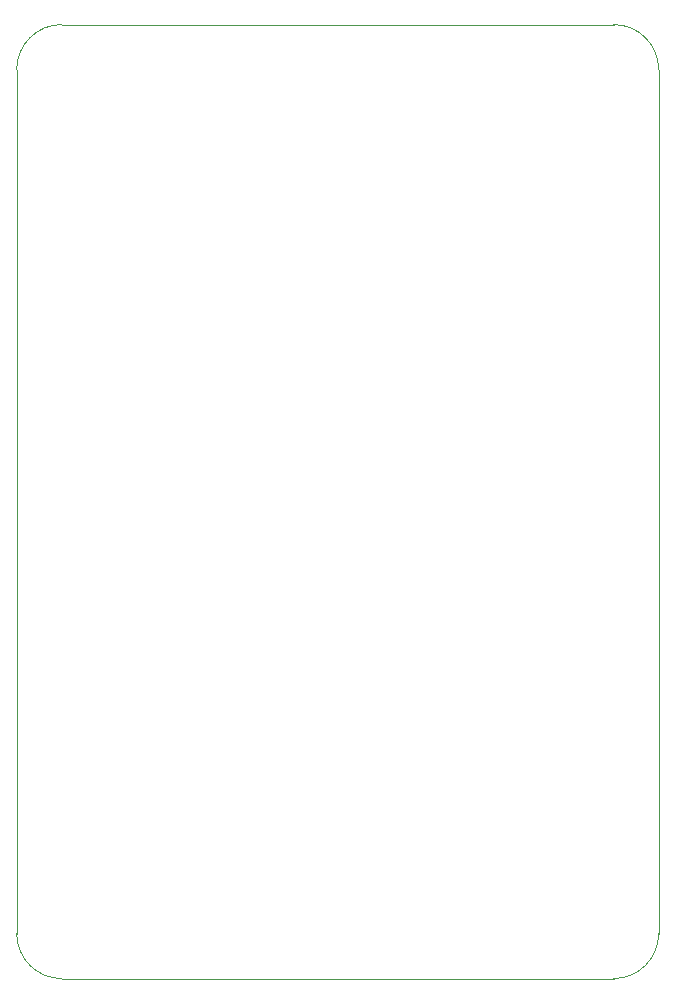
<source format=gbr>
%TF.GenerationSoftware,KiCad,Pcbnew,7.0.10*%
%TF.CreationDate,2024-03-07T13:06:01-05:00*%
%TF.ProjectId,adaptive-2040-nomoth,61646170-7469-4766-952d-323034302d6e,0*%
%TF.SameCoordinates,Original*%
%TF.FileFunction,Profile,NP*%
%FSLAX46Y46*%
G04 Gerber Fmt 4.6, Leading zero omitted, Abs format (unit mm)*
G04 Created by KiCad (PCBNEW 7.0.10) date 2024-03-07 13:06:01*
%MOMM*%
%LPD*%
G01*
G04 APERTURE LIST*
%TA.AperFunction,Profile*%
%ADD10C,0.100000*%
%TD*%
G04 APERTURE END LIST*
D10*
X128397000Y-188849000D02*
G75*
G03*
X132207000Y-185039000I0J3810000D01*
G01*
X128397000Y-188849000D02*
X81661000Y-188849000D01*
X132207000Y-111887000D02*
X132207000Y-185039000D01*
X132207000Y-111887000D02*
G75*
G03*
X128397000Y-108077000I-3810000J0D01*
G01*
X81661000Y-108077000D02*
G75*
G03*
X77851000Y-111887000I0J-3810000D01*
G01*
X77851000Y-185039000D02*
G75*
G03*
X81661000Y-188849000I3810000J0D01*
G01*
X77851000Y-185039000D02*
X77851000Y-111887000D01*
X128397000Y-108077000D02*
X81661000Y-108077000D01*
M02*

</source>
